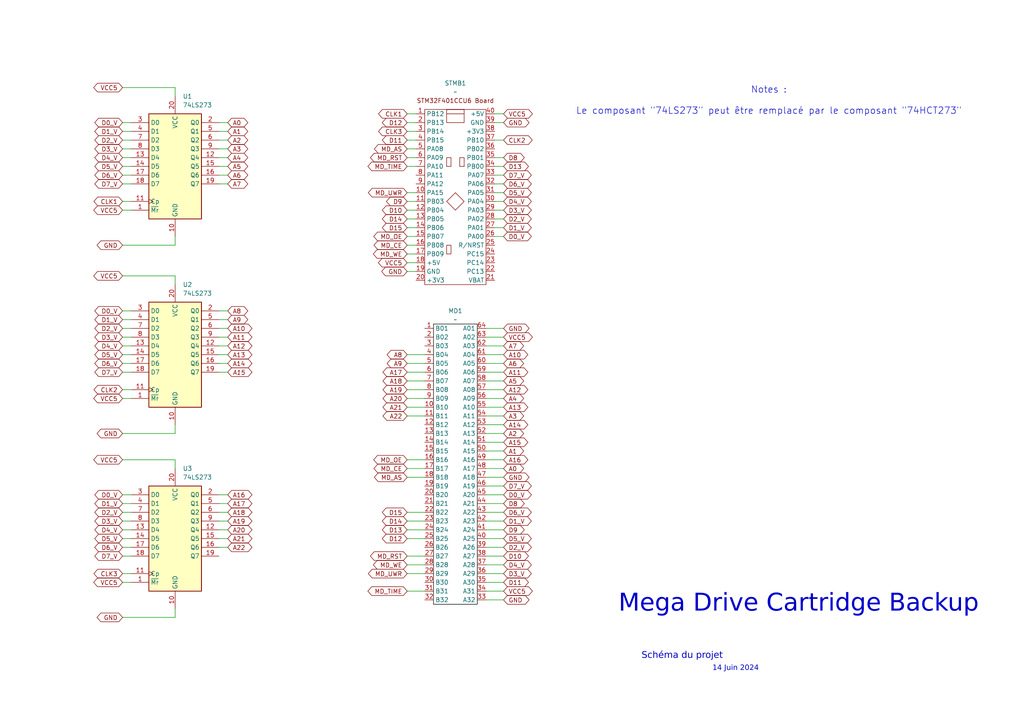
<source format=kicad_sch>
(kicad_sch (version 20231120) (generator "eeschema") (generator_version "8.0")
  (paper "A4")
  (lib_symbols
    (symbol "74xx:74LS273"
      (property "Reference" "U" (at -7.62 16.51 0))
      (property "Value" "74LS273" (at -7.62 -16.51 0))
      (symbol "74LS273_1_0"
        (pin input line (at -12.7 -12.7 0) (length 5.08) (name "~{Mr}") (number "1"))
        (pin power_in line (at 0 -20.32 90) (length 5.08) (name "GND") (number "10"))
        (pin input clock (at -12.7 -10.16 0) (length 5.08) (name "Cp") (number "11"))
        (pin output line (at 12.7 2.54 180) (length 5.08) (name "Q4") (number "12"))
        (pin input line (at -12.7 2.54 0) (length 5.08) (name "D4") (number "13"))
        (pin input line (at -12.7 0 0) (length 5.08) (name "D5") (number "14"))
        (pin output line (at 12.7 0 180) (length 5.08) (name "Q5") (number "15"))
        (pin output line (at 12.7 -2.54 180) (length 5.08) (name "Q6") (number "16"))
        (pin input line (at -12.7 -2.54 0) (length 5.08) (name "D6") (number "17"))
        (pin input line (at -12.7 -5.08 0) (length 5.08) (name "D7") (number "18"))
        (pin output line (at 12.7 -5.08 180) (length 5.08) (name "Q7") (number "19"))
        (pin output line (at 12.7 12.7 180) (length 5.08) (name "Q0") (number "2"))
        (pin power_in line (at 0 20.32 270) (length 5.08) (name "VCC") (number "20"))
        (pin input line (at -12.7 12.7 0) (length 5.08) (name "D0") (number "3"))
        (pin input line (at -12.7 10.16 0) (length 5.08) (name "D1") (number "4"))
        (pin output line (at 12.7 10.16 180) (length 5.08) (name "Q1") (number "5"))
        (pin output line (at 12.7 7.62 180) (length 5.08) (name "Q2") (number "6"))
        (pin input line (at -12.7 7.62 0) (length 5.08) (name "D2") (number "7"))
        (pin input line (at -12.7 5.08 0) (length 5.08) (name "D3") (number "8"))
        (pin output line (at 12.7 5.08 180) (length 5.08) (name "Q3") (number "9"))
      )
      (symbol "74LS273_1_1"
        (rectangle (start -7.62 15.24) (end 7.62 -15.24) (stroke (width 0.254)) (fill (type background)))
      )
    )
    (symbol "Conn_MD:Conn_MD"
      (property "Reference" "MD" (at 0 5.08 0))
      (symbol "Conn_MD_1_1"
        (rectangle (start -6.35 2.54) (end 6.35 -78.74) (stroke (width 0) (color 0 0 0 1)))
        (pin unspecified line (at -8.89 1.27 0) (length 2.54) (name "B01") (number "1"))
        (pin unspecified line (at -8.89 -21.59 0) (length 2.54) (name "B10") (number "10"))
        (pin unspecified line (at -8.89 -24.13 0) (length 2.54) (name "B11") (number "11"))
        (pin unspecified line (at -8.89 -26.67 0) (length 2.54) (name "B12") (number "12"))
        (pin unspecified line (at -8.89 -29.21 0) (length 2.54) (name "B13") (number "13"))
        (pin unspecified line (at -8.89 -31.75 0) (length 2.54) (name "B14") (number "14"))
        (pin unspecified line (at -8.89 -34.29 0) (length 2.54) (name "B15") (number "15"))
        (pin unspecified line (at -8.89 -36.83 0) (length 2.54) (name "B16") (number "16"))
        (pin unspecified line (at -8.89 -39.37 0) (length 2.54) (name "B17") (number "17"))
        (pin unspecified line (at -8.89 -41.91 0) (length 2.54) (name "B18") (number "18"))
        (pin unspecified line (at -8.89 -44.45 0) (length 2.54) (name "B19") (number "19"))
        (pin unspecified line (at -8.89 -1.27 0) (length 2.54) (name "B02") (number "2"))
        (pin unspecified line (at -8.89 -46.99 0) (length 2.54) (name "B20") (number "20"))
        (pin unspecified line (at -8.89 -49.53 0) (length 2.54) (name "B21") (number "21"))
        (pin unspecified line (at -8.89 -52.07 0) (length 2.54) (name "B22") (number "22"))
        (pin unspecified line (at -8.89 -54.61 0) (length 2.54) (name "B23") (number "23"))
        (pin unspecified line (at -8.89 -57.15 0) (length 2.54) (name "B24") (number "24"))
        (pin unspecified line (at -8.89 -59.69 0) (length 2.54) (name "B25") (number "25"))
        (pin unspecified line (at -8.89 -62.23 0) (length 2.54) (name "B26") (number "26"))
        (pin unspecified line (at -8.89 -64.77 0) (length 2.54) (name "B27") (number "27"))
        (pin unspecified line (at -8.89 -67.31 0) (length 2.54) (name "B28") (number "28"))
        (pin unspecified line (at -8.89 -69.85 0) (length 2.54) (name "B29") (number "29"))
        (pin unspecified line (at -8.89 -3.81 0) (length 2.54) (name "B03") (number "3"))
        (pin unspecified line (at -8.89 -72.39 0) (length 2.54) (name "B30") (number "30"))
        (pin unspecified line (at -8.89 -74.93 0) (length 2.54) (name "B31") (number "31"))
        (pin unspecified line (at -8.89 -77.47 0) (length 2.54) (name "B32") (number "32"))
        (pin unspecified line (at 8.89 -77.47 180) (length 2.54) (name "A32") (number "33"))
        (pin unspecified line (at 8.89 -74.93 180) (length 2.54) (name "A31") (number "34"))
        (pin unspecified line (at 8.89 -72.39 180) (length 2.54) (name "A30") (number "35"))
        (pin unspecified line (at 8.89 -69.85 180) (length 2.54) (name "A29") (number "36"))
        (pin unspecified line (at 8.89 -67.31 180) (length 2.54) (name "A28") (number "37"))
        (pin unspecified line (at 8.89 -64.77 180) (length 2.54) (name "A27") (number "38"))
        (pin unspecified line (at 8.89 -62.23 180) (length 2.54) (name "A26") (number "39"))
        (pin unspecified line (at -8.89 -6.35 0) (length 2.54) (name "B04") (number "4"))
        (pin unspecified line (at 8.89 -59.69 180) (length 2.54) (name "A25") (number "40"))
        (pin unspecified line (at 8.89 -57.15 180) (length 2.54) (name "A24") (number "41"))
        (pin unspecified line (at 8.89 -54.61 180) (length 2.54) (name "A23") (number "42"))
        (pin unspecified line (at 8.89 -52.07 180) (length 2.54) (name "A22") (number "43"))
        (pin unspecified line (at 8.89 -49.53 180) (length 2.54) (name "A21") (number "44"))
        (pin unspecified line (at 8.89 -46.99 180) (length 2.54) (name "A20") (number "45"))
        (pin unspecified line (at 8.89 -44.45 180) (length 2.54) (name "A19") (number "46"))
        (pin unspecified line (at 8.89 -41.91 180) (length 2.54) (name "A18") (number "47"))
        (pin unspecified line (at 8.89 -39.37 180) (length 2.54) (name "A17") (number "48"))
        (pin unspecified line (at 8.89 -36.83 180) (length 2.54) (name "A16") (number "49"))
        (pin unspecified line (at -8.89 -8.89 0) (length 2.54) (name "B05") (number "5"))
        (pin unspecified line (at 8.89 -34.29 180) (length 2.54) (name "A15") (number "50"))
        (pin unspecified line (at 8.89 -31.75 180) (length 2.54) (name "A14") (number "51"))
        (pin unspecified line (at 8.89 -29.21 180) (length 2.54) (name "A13") (number "52"))
        (pin unspecified line (at 8.89 -26.67 180) (length 2.54) (name "A12") (number "53"))
        (pin unspecified line (at 8.89 -24.13 180) (length 2.54) (name "A11") (number "54"))
        (pin unspecified line (at 8.89 -21.59 180) (length 2.54) (name "A10") (number "55"))
        (pin unspecified line (at 8.89 -19.05 180) (length 2.54) (name "A09") (number "56"))
        (pin unspecified line (at 8.89 -16.51 180) (length 2.54) (name "A08") (number "57"))
        (pin unspecified line (at 8.89 -13.97 180) (length 2.54) (name "A07") (number "58"))
        (pin unspecified line (at 8.89 -11.43 180) (length 2.54) (name "A06") (number "59"))
        (pin unspecified line (at -8.89 -11.43 0) (length 2.54) (name "B06") (number "6"))
        (pin unspecified line (at 8.89 -8.89 180) (length 2.54) (name "A05") (number "60"))
        (pin unspecified line (at 8.89 -6.35 180) (length 2.54) (name "A04") (number "61"))
        (pin unspecified line (at 8.89 -3.81 180) (length 2.54) (name "A03") (number "62"))
        (pin unspecified line (at 8.89 -1.27 180) (length 2.54) (name "A02") (number "63"))
        (pin unspecified line (at 8.89 1.27 180) (length 2.54) (name "A01") (number "64"))
        (pin unspecified line (at -8.89 -13.97 0) (length 2.54) (name "B07") (number "7"))
        (pin unspecified line (at -8.89 -16.51 0) (length 2.54) (name "B08") (number "8"))
        (pin unspecified line (at -8.89 -19.05 0) (length 2.54) (name "B09") (number "9"))
      )
    )
    (symbol "STM32_Board:STM32F401CCU6-Board"
      (property "Reference" "STMB" (at 0 4.572 0))
      (symbol "STM32F401CCU6-Board_1_1"
        (rectangle (start -8.89 0) (end 8.89 -50.8))
        (polyline (pts (xy -1.27 -16.51) (xy -2.54 -16.51)))
        (polyline (pts (xy 2.54 -16.51) (xy 1.27 -16.51)))
        (polyline (pts (xy -2.54 -16.51) (xy -2.54 -13.97) (xy -1.27 -13.97) (xy -1.27 -16.51)))
        (polyline (pts (xy 1.27 -16.51) (xy 1.27 -13.97) (xy 2.54 -13.97) (xy 2.54 -16.51)))
        (polyline (pts (xy -2.54 -41.91) (xy -2.54 -39.37) (xy -1.27 -39.37) (xy -1.27 -41.91) (xy -2.54 -41.91)))
        (polyline (pts (xy -2.54 -26.67) (xy 0 -24.13) (xy 2.54 -26.67) (xy 0 -29.21) (xy -2.54 -26.67)))
        (polyline (pts (xy -2.54 0) (xy -2.54 -3.81) (xy 2.54 -3.81) (xy 2.54 0) (xy -2.54 0) (xy -2.54 -1.27) (xy 2.54 -1.27)))
        (text "STM32F401CCU6 Board" (at 0 2.54 0) (effects (font (size 1.27 1.27))))
        (pin unspecified line (at -11.43 -1.27 0) (length 2.54) (name "PB12") (number "1"))
        (pin unspecified line (at -11.43 -24.13 0) (length 2.54) (name "PA15") (number "10"))
        (pin unspecified line (at -11.43 -26.67 0) (length 2.54) (name "PB03") (number "11"))
        (pin unspecified line (at -11.43 -29.21 0) (length 2.54) (name "PB04") (number "12"))
        (pin unspecified line (at -11.43 -31.75 0) (length 2.54) (name "PB05") (number "13"))
        (pin unspecified line (at -11.43 -34.29 0) (length 2.54) (name "PB06") (number "14"))
        (pin unspecified line (at -11.43 -36.83 0) (length 2.54) (name "PB07") (number "15"))
        (pin unspecified line (at -11.43 -39.37 0) (length 2.54) (name "PB08") (number "16"))
        (pin unspecified line (at -11.43 -41.91 0) (length 2.54) (name "PB09") (number "17"))
        (pin unspecified line (at -11.43 -44.45 0) (length 2.54) (name "+5V") (number "18"))
        (pin unspecified line (at -11.43 -46.99 0) (length 2.54) (name "GND") (number "19"))
        (pin unspecified line (at -11.43 -3.81 0) (length 2.54) (name "PB13") (number "2"))
        (pin unspecified line (at -11.43 -49.53 0) (length 2.54) (name "+3V3") (number "20"))
        (pin unspecified line (at 11.43 -49.53 180) (length 2.54) (name "VBAT") (number "21"))
        (pin unspecified line (at 11.43 -46.99 180) (length 2.54) (name "PC13") (number "22"))
        (pin unspecified line (at 11.43 -44.45 180) (length 2.54) (name "PC14") (number "23"))
        (pin unspecified line (at 11.43 -41.91 180) (length 2.54) (name "PC15") (number "24"))
        (pin unspecified line (at 11.43 -39.37 180) (length 2.54) (name "R/NRST") (number "25"))
        (pin unspecified line (at 11.43 -36.83 180) (length 2.54) (name "PA00") (number "26"))
        (pin unspecified line (at 11.43 -34.29 180) (length 2.54) (name "PA01") (number "27"))
        (pin unspecified line (at 11.43 -31.75 180) (length 2.54) (name "PA02") (number "28"))
        (pin unspecified line (at 11.43 -29.21 180) (length 2.54) (name "PA03") (number "29"))
        (pin unspecified line (at -11.43 -6.35 0) (length 2.54) (name "PB14") (number "3"))
        (pin unspecified line (at 11.43 -26.67 180) (length 2.54) (name "PA04") (number "30"))
        (pin unspecified line (at 11.43 -24.13 180) (length 2.54) (name "PA05") (number "31"))
        (pin unspecified line (at 11.43 -21.59 180) (length 2.54) (name "PA06") (number "32"))
        (pin unspecified line (at 11.43 -19.05 180) (length 2.54) (name "PA07") (number "33"))
        (pin unspecified line (at 11.43 -16.51 180) (length 2.54) (name "PB00") (number "34"))
        (pin unspecified line (at 11.43 -13.97 180) (length 2.54) (name "PB01") (number "35"))
        (pin unspecified line (at 11.43 -11.43 180) (length 2.54) (name "PB02") (number "36"))
        (pin unspecified line (at 11.43 -8.89 180) (length 2.54) (name "PB10") (number "37"))
        (pin unspecified line (at 11.43 -6.35 180) (length 2.54) (name "+3V3") (number "38"))
        (pin unspecified line (at 11.43 -3.81 180) (length 2.54) (name "GND") (number "39"))
        (pin unspecified line (at -11.43 -8.89 0) (length 2.54) (name "PB15") (number "4"))
        (pin unspecified line (at 11.43 -1.27 180) (length 2.54) (name "+5V") (number "40"))
        (pin unspecified line (at -11.43 -11.43 0) (length 2.54) (name "PA08") (number "5"))
        (pin unspecified line (at -11.43 -13.97 0) (length 2.54) (name "PA09") (number "6"))
        (pin unspecified line (at -11.43 -16.51 0) (length 2.54) (name "PA10") (number "7"))
        (pin unspecified line (at -11.43 -19.05 0) (length 2.54) (name "PA11") (number "8"))
        (pin unspecified line (at -11.43 -21.59 0) (length 2.54) (name "PA12") (number "9"))
      )
    )
  )
  (wire (pts (xy 50.8 71.12) (xy 50.8 68.58)))
  (wire (pts (xy 118.11 33.02) (xy 120.65 33.02)))
  (wire (pts (xy 35.56 166.37) (xy 38.1 166.37)))
  (wire (pts (xy 140.97 128.27) (xy 146.05 128.27)))
  (wire (pts (xy 140.97 100.33) (xy 146.05 100.33)))
  (wire (pts (xy 35.56 133.35) (xy 50.8 133.35)))
  (wire (pts (xy 143.51 63.5) (xy 146.05 63.5)))
  (wire (pts (xy 35.56 92.71) (xy 38.1 92.71)))
  (wire (pts (xy 63.5 158.75) (xy 66.04 158.75)))
  (wire (pts (xy 140.97 173.99) (xy 146.05 173.99)))
  (wire (pts (xy 118.11 55.88) (xy 120.65 55.88)))
  (wire (pts (xy 63.5 97.79) (xy 66.04 97.79)))
  (wire (pts (xy 118.11 63.5) (xy 120.65 63.5)))
  (wire (pts (xy 143.51 60.96) (xy 146.05 60.96)))
  (wire (pts (xy 118.11 156.21) (xy 123.19 156.21)))
  (wire (pts (xy 140.97 158.75) (xy 146.05 158.75)))
  (wire (pts (xy 140.97 138.43) (xy 146.05 138.43)))
  (wire (pts (xy 140.97 113.03) (xy 146.05 113.03)))
  (wire (pts (xy 140.97 135.89) (xy 146.05 135.89)))
  (wire (pts (xy 143.51 53.34) (xy 146.05 53.34)))
  (wire (pts (xy 63.5 50.8) (xy 66.04 50.8)))
  (wire (pts (xy 35.56 95.25) (xy 38.1 95.25)))
  (wire (pts (xy 35.56 100.33) (xy 38.1 100.33)))
  (wire (pts (xy 63.5 146.05) (xy 66.04 146.05)))
  (wire (pts (xy 140.97 151.13) (xy 146.05 151.13)))
  (wire (pts (xy 118.11 166.37) (xy 123.19 166.37)))
  (wire (pts (xy 118.11 66.04) (xy 120.65 66.04)))
  (wire (pts (xy 35.56 158.75) (xy 38.1 158.75)))
  (wire (pts (xy 140.97 153.67) (xy 146.05 153.67)))
  (wire (pts (xy 63.5 53.34) (xy 66.04 53.34)))
  (wire (pts (xy 50.8 133.35) (xy 50.8 135.89)))
  (wire (pts (xy 140.97 115.57) (xy 146.05 115.57)))
  (wire (pts (xy 118.11 138.43) (xy 123.19 138.43)))
  (wire (pts (xy 143.51 55.88) (xy 146.05 55.88)))
  (wire (pts (xy 140.97 166.37) (xy 146.05 166.37)))
  (wire (pts (xy 63.5 107.95) (xy 66.04 107.95)))
  (wire (pts (xy 63.5 153.67) (xy 66.04 153.67)))
  (wire (pts (xy 118.11 58.42) (xy 120.65 58.42)))
  (wire (pts (xy 63.5 102.87) (xy 66.04 102.87)))
  (wire (pts (xy 118.11 151.13) (xy 123.19 151.13)))
  (wire (pts (xy 118.11 113.03) (xy 123.19 113.03)))
  (wire (pts (xy 118.11 115.57) (xy 123.19 115.57)))
  (wire (pts (xy 63.5 100.33) (xy 66.04 100.33)))
  (wire (pts (xy 143.51 48.26) (xy 146.05 48.26)))
  (wire (pts (xy 63.5 40.64) (xy 66.04 40.64)))
  (wire (pts (xy 140.97 105.41) (xy 146.05 105.41)))
  (wire (pts (xy 143.51 68.58) (xy 146.05 68.58)))
  (wire (pts (xy 35.56 153.67) (xy 38.1 153.67)))
  (wire (pts (xy 140.97 120.65) (xy 146.05 120.65)))
  (wire (pts (xy 143.51 40.64) (xy 146.05 40.64)))
  (wire (pts (xy 35.56 43.18) (xy 38.1 43.18)))
  (wire (pts (xy 118.11 148.59) (xy 123.19 148.59)))
  (wire (pts (xy 63.5 45.72) (xy 66.04 45.72)))
  (wire (pts (xy 35.56 97.79) (xy 38.1 97.79)))
  (wire (pts (xy 35.56 80.01) (xy 50.8 80.01)))
  (wire (pts (xy 140.97 161.29) (xy 146.05 161.29)))
  (wire (pts (xy 118.11 78.74) (xy 120.65 78.74)))
  (wire (pts (xy 118.11 60.96) (xy 120.65 60.96)))
  (wire (pts (xy 118.11 107.95) (xy 123.19 107.95)))
  (wire (pts (xy 118.11 43.18) (xy 120.65 43.18)))
  (wire (pts (xy 35.56 60.96) (xy 38.1 60.96)))
  (wire (pts (xy 50.8 80.01) (xy 50.8 82.55)))
  (wire (pts (xy 118.11 153.67) (xy 123.19 153.67)))
  (wire (pts (xy 35.56 156.21) (xy 38.1 156.21)))
  (wire (pts (xy 118.11 133.35) (xy 123.19 133.35)))
  (wire (pts (xy 35.56 35.56) (xy 38.1 35.56)))
  (wire (pts (xy 63.5 143.51) (xy 66.04 143.51)))
  (wire (pts (xy 35.56 45.72) (xy 38.1 45.72)))
  (wire (pts (xy 140.97 125.73) (xy 146.05 125.73)))
  (wire (pts (xy 35.56 161.29) (xy 38.1 161.29)))
  (wire (pts (xy 143.51 33.02) (xy 146.05 33.02)))
  (wire (pts (xy 140.97 171.45) (xy 146.05 171.45)))
  (wire (pts (xy 35.56 148.59) (xy 38.1 148.59)))
  (wire (pts (xy 118.11 110.49) (xy 123.19 110.49)))
  (wire (pts (xy 63.5 156.21) (xy 66.04 156.21)))
  (wire (pts (xy 140.97 156.21) (xy 146.05 156.21)))
  (wire (pts (xy 118.11 120.65) (xy 123.19 120.65)))
  (wire (pts (xy 140.97 102.87) (xy 146.05 102.87)))
  (wire (pts (xy 140.97 107.95) (xy 146.05 107.95)))
  (wire (pts (xy 118.11 161.29) (xy 123.19 161.29)))
  (wire (pts (xy 63.5 92.71) (xy 66.04 92.71)))
  (wire (pts (xy 118.11 105.41) (xy 123.19 105.41)))
  (wire (pts (xy 143.51 66.04) (xy 146.05 66.04)))
  (wire (pts (xy 143.51 35.56) (xy 146.05 35.56)))
  (wire (pts (xy 140.97 133.35) (xy 146.05 133.35)))
  (wire (pts (xy 63.5 38.1) (xy 66.04 38.1)))
  (wire (pts (xy 140.97 97.79) (xy 146.05 97.79)))
  (wire (pts (xy 35.56 50.8) (xy 38.1 50.8)))
  (wire (pts (xy 35.56 115.57) (xy 38.1 115.57)))
  (wire (pts (xy 63.5 151.13) (xy 66.04 151.13)))
  (wire (pts (xy 50.8 25.4) (xy 50.8 27.94)))
  (wire (pts (xy 35.56 58.42) (xy 38.1 58.42)))
  (wire (pts (xy 140.97 130.81) (xy 146.05 130.81)))
  (wire (pts (xy 143.51 58.42) (xy 146.05 58.42)))
  (wire (pts (xy 63.5 48.26) (xy 66.04 48.26)))
  (wire (pts (xy 35.56 179.07) (xy 50.8 179.07)))
  (wire (pts (xy 140.97 95.25) (xy 146.05 95.25)))
  (wire (pts (xy 50.8 125.73) (xy 50.8 123.19)))
  (wire (pts (xy 118.11 35.56) (xy 120.65 35.56)))
  (wire (pts (xy 140.97 168.91) (xy 146.05 168.91)))
  (wire (pts (xy 35.56 113.03) (xy 38.1 113.03)))
  (wire (pts (xy 143.51 50.8) (xy 146.05 50.8)))
  (wire (pts (xy 63.5 90.17) (xy 66.04 90.17)))
  (wire (pts (xy 118.11 40.64) (xy 120.65 40.64)))
  (wire (pts (xy 140.97 148.59) (xy 146.05 148.59)))
  (wire (pts (xy 35.56 146.05) (xy 38.1 146.05)))
  (wire (pts (xy 63.5 105.41) (xy 66.04 105.41)))
  (wire (pts (xy 35.56 38.1) (xy 38.1 38.1)))
  (wire (pts (xy 140.97 146.05) (xy 146.05 146.05)))
  (wire (pts (xy 118.11 163.83) (xy 123.19 163.83)))
  (wire (pts (xy 140.97 110.49) (xy 146.05 110.49)))
  (wire (pts (xy 35.56 90.17) (xy 38.1 90.17)))
  (wire (pts (xy 118.11 71.12) (xy 120.65 71.12)))
  (wire (pts (xy 140.97 163.83) (xy 146.05 163.83)))
  (wire (pts (xy 35.56 71.12) (xy 50.8 71.12)))
  (wire (pts (xy 63.5 148.59) (xy 66.04 148.59)))
  (wire (pts (xy 118.11 135.89) (xy 123.19 135.89)))
  (wire (pts (xy 50.8 179.07) (xy 50.8 176.53)))
  (wire (pts (xy 140.97 140.97) (xy 146.05 140.97)))
  (wire (pts (xy 63.5 95.25) (xy 66.04 95.25)))
  (wire (pts (xy 35.56 151.13) (xy 38.1 151.13)))
  (wire (pts (xy 118.11 48.26) (xy 120.65 48.26)))
  (wire (pts (xy 118.11 38.1) (xy 120.65 38.1)))
  (wire (pts (xy 118.11 171.45) (xy 123.19 171.45)))
  (wire (pts (xy 63.5 35.56) (xy 66.04 35.56)))
  (wire (pts (xy 35.56 125.73) (xy 50.8 125.73)))
  (wire (pts (xy 140.97 143.51) (xy 146.05 143.51)))
  (wire (pts (xy 35.56 102.87) (xy 38.1 102.87)))
  (wire (pts (xy 35.56 48.26) (xy 38.1 48.26)))
  (wire (pts (xy 35.56 25.4) (xy 50.8 25.4)))
  (wire (pts (xy 35.56 105.41) (xy 38.1 105.41)))
  (wire (pts (xy 118.11 118.11) (xy 123.19 118.11)))
  (wire (pts (xy 118.11 68.58) (xy 120.65 68.58)))
  (wire (pts (xy 35.56 40.64) (xy 38.1 40.64)))
  (wire (pts (xy 140.97 123.19) (xy 146.05 123.19)))
  (wire (pts (xy 118.11 76.2) (xy 120.65 76.2)))
  (wire (pts (xy 118.11 45.72) (xy 120.65 45.72)))
  (wire (pts (xy 143.51 45.72) (xy 146.05 45.72)))
  (wire (pts (xy 140.97 118.11) (xy 146.05 118.11)))
  (wire (pts (xy 118.11 102.87) (xy 123.19 102.87)))
  (wire (pts (xy 35.56 53.34) (xy 38.1 53.34)))
  (wire (pts (xy 35.56 168.91) (xy 38.1 168.91)))
  (wire (pts (xy 63.5 43.18) (xy 66.04 43.18)))
  (wire (pts (xy 118.11 73.66) (xy 120.65 73.66)))
  (wire (pts (xy 35.56 143.51) (xy 38.1 143.51)))
  (wire (pts (xy 35.56 107.95) (xy 38.1 107.95)))
  (text "Mega Drive Cartridge Backup" (at 231.648 176.53 0) (effects (font (size 5.08 5.08))))
  (text "Notes :\n\nLe composant \"74LS273\" peut être remplacé par le composant \"74HCT273\"" (at 223.012 29.21 0) (effects (font (size 1.905 1.905))))
  (text "14 Juin 2024" (at 213.36 194.31 0) (effects (font (size 1.524 1.524))))
  (text "Schéma du projet" (at 197.866 190.754 0) (effects (font (size 1.905 1.905))))
  (global_label "A13" (shape bidirectional) (at 146.05 118.11 0) (property "Intersheetrefs" "${INTERSHEET_REFS}" (effects (hide yes))))
  (global_label "D5_V" (shape bidirectional) (at 35.56 102.87 180) (property "Intersheetrefs" "${INTERSHEET_REFS}" (effects (hide yes))))
  (global_label "D7_V" (shape bidirectional) (at 35.56 53.34 180) (property "Intersheetrefs" "${INTERSHEET_REFS}" (effects (hide yes))))
  (global_label "CLK2" (shape bidirectional) (at 35.56 113.03 180) (property "Intersheetrefs" "${INTERSHEET_REFS}" (effects (hide yes))))
  (global_label "D6_V" (shape bidirectional) (at 146.05 53.34 0) (property "Intersheetrefs" "${INTERSHEET_REFS}" (effects (hide yes))))
  (global_label "D2_V" (shape bidirectional) (at 146.05 63.5 0) (property "Intersheetrefs" "${INTERSHEET_REFS}" (effects (hide yes))))
  (global_label "MD_RST" (shape bidirectional) (at 118.11 45.72 180) (property "Intersheetrefs" "${INTERSHEET_REFS}" (effects (hide yes))))
  (global_label "MD_AS" (shape bidirectional) (at 118.11 43.18 180) (property "Intersheetrefs" "${INTERSHEET_REFS}" (effects (hide yes))))
  (global_label "A0" (shape bidirectional) (at 66.04 35.56 0) (property "Intersheetrefs" "${INTERSHEET_REFS}" (effects (hide yes))))
  (global_label "D2_V" (shape bidirectional) (at 146.05 158.75 0) (property "Intersheetrefs" "${INTERSHEET_REFS}" (effects (hide yes))))
  (global_label "A8" (shape bidirectional) (at 118.11 102.87 180) (property "Intersheetrefs" "${INTERSHEET_REFS}" (effects (hide yes))))
  (global_label "A2" (shape bidirectional) (at 146.05 125.73 0) (property "Intersheetrefs" "${INTERSHEET_REFS}" (effects (hide yes))))
  (global_label "D5_V" (shape bidirectional) (at 146.05 55.88 0) (property "Intersheetrefs" "${INTERSHEET_REFS}" (effects (hide yes))))
  (global_label "CLK1" (shape bidirectional) (at 35.56 58.42 180) (property "Intersheetrefs" "${INTERSHEET_REFS}" (effects (hide yes))))
  (global_label "D6_V" (shape bidirectional) (at 35.56 50.8 180) (property "Intersheetrefs" "${INTERSHEET_REFS}" (effects (hide yes))))
  (global_label "MD_WE" (shape bidirectional) (at 118.11 73.66 180) (property "Intersheetrefs" "${INTERSHEET_REFS}" (effects (hide yes))))
  (global_label "A3" (shape bidirectional) (at 146.05 120.65 0) (property "Intersheetrefs" "${INTERSHEET_REFS}" (effects (hide yes))))
  (global_label "GND" (shape bidirectional) (at 35.56 125.73 180) (property "Intersheetrefs" "${INTERSHEET_REFS}" (effects (hide yes))))
  (global_label "D7_V" (shape bidirectional) (at 35.56 161.29 180) (property "Intersheetrefs" "${INTERSHEET_REFS}" (effects (hide yes))))
  (global_label "D6_V" (shape bidirectional) (at 35.56 105.41 180) (property "Intersheetrefs" "${INTERSHEET_REFS}" (effects (hide yes))))
  (global_label "D11" (shape bidirectional) (at 118.11 40.64 180) (property "Intersheetrefs" "${INTERSHEET_REFS}" (effects (hide yes))))
  (global_label "D2_V" (shape bidirectional) (at 35.56 95.25 180) (property "Intersheetrefs" "${INTERSHEET_REFS}" (effects (hide yes))))
  (global_label "D5_V" (shape bidirectional) (at 146.05 156.21 0) (property "Intersheetrefs" "${INTERSHEET_REFS}" (effects (hide yes))))
  (global_label "MD_UWR" (shape bidirectional) (at 118.11 166.37 180) (property "Intersheetrefs" "${INTERSHEET_REFS}" (effects (hide yes))))
  (global_label "D12" (shape bidirectional) (at 118.11 35.56 180) (property "Intersheetrefs" "${INTERSHEET_REFS}" (effects (hide yes))))
  (global_label "A22" (shape bidirectional) (at 118.11 120.65 180) (property "Intersheetrefs" "${INTERSHEET_REFS}" (effects (hide yes))))
  (global_label "A20" (shape bidirectional) (at 118.11 115.57 180) (property "Intersheetrefs" "${INTERSHEET_REFS}" (effects (hide yes))))
  (global_label "VCC5" (shape bidirectional) (at 118.11 76.2 180) (property "Intersheetrefs" "${INTERSHEET_REFS}" (effects (hide yes))))
  (global_label "MD_OE" (shape bidirectional) (at 118.11 68.58 180) (property "Intersheetrefs" "${INTERSHEET_REFS}" (effects (hide yes))))
  (global_label "A4" (shape bidirectional) (at 146.05 115.57 0) (property "Intersheetrefs" "${INTERSHEET_REFS}" (effects (hide yes))))
  (global_label "D3_V" (shape bidirectional) (at 35.56 97.79 180) (property "Intersheetrefs" "${INTERSHEET_REFS}" (effects (hide yes))))
  (global_label "CLK3" (shape bidirectional) (at 118.11 38.1 180) (property "Intersheetrefs" "${INTERSHEET_REFS}" (effects (hide yes))))
  (global_label "MD_CE" (shape bidirectional) (at 118.11 71.12 180) (property "Intersheetrefs" "${INTERSHEET_REFS}" (effects (hide yes))))
  (global_label "D8" (shape bidirectional) (at 146.05 146.05 0) (property "Intersheetrefs" "${INTERSHEET_REFS}" (effects (hide yes))))
  (global_label "A9" (shape bidirectional) (at 118.11 105.41 180) (property "Intersheetrefs" "${INTERSHEET_REFS}" (effects (hide yes))))
  (global_label "CLK2" (shape bidirectional) (at 146.05 40.64 0) (property "Intersheetrefs" "${INTERSHEET_REFS}" (effects (hide yes))))
  (global_label "D3_V" (shape bidirectional) (at 146.05 166.37 0) (property "Intersheetrefs" "${INTERSHEET_REFS}" (effects (hide yes))))
  (global_label "A22" (shape bidirectional) (at 66.04 158.75 0) (property "Intersheetrefs" "${INTERSHEET_REFS}" (effects (hide yes))))
  (global_label "D8" (shape bidirectional) (at 146.05 45.72 0) (property "Intersheetrefs" "${INTERSHEET_REFS}" (effects (hide yes))))
  (global_label "D1_V" (shape bidirectional) (at 35.56 38.1 180) (property "Intersheetrefs" "${INTERSHEET_REFS}" (effects (hide yes))))
  (global_label "A10" (shape bidirectional) (at 66.04 95.25 0) (property "Intersheetrefs" "${INTERSHEET_REFS}" (effects (hide yes))))
  (global_label "VCC5" (shape bidirectional) (at 146.05 171.45 0) (property "Intersheetrefs" "${INTERSHEET_REFS}" (effects (hide yes))))
  (global_label "D12" (shape bidirectional) (at 118.11 156.21 180) (property "Intersheetrefs" "${INTERSHEET_REFS}" (effects (hide yes))))
  (global_label "A19" (shape bidirectional) (at 66.04 151.13 0) (property "Intersheetrefs" "${INTERSHEET_REFS}" (effects (hide yes))))
  (global_label "D11" (shape bidirectional) (at 146.05 168.91 0) (property "Intersheetrefs" "${INTERSHEET_REFS}" (effects (hide yes))))
  (global_label "A18" (shape bidirectional) (at 66.04 148.59 0) (property "Intersheetrefs" "${INTERSHEET_REFS}" (effects (hide yes))))
  (global_label "D0_V" (shape bidirectional) (at 35.56 90.17 180) (property "Intersheetrefs" "${INTERSHEET_REFS}" (effects (hide yes))))
  (global_label "D1_V" (shape bidirectional) (at 35.56 92.71 180) (property "Intersheetrefs" "${INTERSHEET_REFS}" (effects (hide yes))))
  (global_label "D9" (shape bidirectional) (at 118.11 58.42 180) (property "Intersheetrefs" "${INTERSHEET_REFS}" (effects (hide yes))))
  (global_label "D3_V" (shape bidirectional) (at 35.56 151.13 180) (property "Intersheetrefs" "${INTERSHEET_REFS}" (effects (hide yes))))
  (global_label "D7_V" (shape bidirectional) (at 35.56 107.95 180) (property "Intersheetrefs" "${INTERSHEET_REFS}" (effects (hide yes))))
  (global_label "A17" (shape bidirectional) (at 118.11 107.95 180) (property "Intersheetrefs" "${INTERSHEET_REFS}" (effects (hide yes))))
  (global_label "D15" (shape bidirectional) (at 118.11 66.04 180) (property "Intersheetrefs" "${INTERSHEET_REFS}" (effects (hide yes))))
  (global_label "MD_OE" (shape bidirectional) (at 118.11 133.35 180) (property "Intersheetrefs" "${INTERSHEET_REFS}" (effects (hide yes))))
  (global_label "A5" (shape bidirectional) (at 66.04 48.26 0) (property "Intersheetrefs" "${INTERSHEET_REFS}" (effects (hide yes))))
  (global_label "A11" (shape bidirectional) (at 146.05 107.95 0) (property "Intersheetrefs" "${INTERSHEET_REFS}" (effects (hide yes))))
  (global_label "VCC5" (shape bidirectional) (at 35.56 115.57 180) (property "Intersheetrefs" "${INTERSHEET_REFS}" (effects (hide yes))))
  (global_label "A7" (shape bidirectional) (at 146.05 100.33 0) (property "Intersheetrefs" "${INTERSHEET_REFS}" (effects (hide yes))))
  (global_label "GND" (shape bidirectional) (at 146.05 35.56 0) (property "Intersheetrefs" "${INTERSHEET_REFS}" (effects (hide yes))))
  (global_label "MD_TIME" (shape bidirectional) (at 118.11 171.45 180) (property "Intersheetrefs" "${INTERSHEET_REFS}" (effects (hide yes))))
  (global_label "MD_WE" (shape bidirectional) (at 118.11 163.83 180) (property "Intersheetrefs" "${INTERSHEET_REFS}" (effects (hide yes))))
  (global_label "D6_V" (shape bidirectional) (at 35.56 158.75 180) (property "Intersheetrefs" "${INTERSHEET_REFS}" (effects (hide yes))))
  (global_label "MD_RST" (shape bidirectional) (at 118.11 161.29 180) (property "Intersheetrefs" "${INTERSHEET_REFS}" (effects (hide yes))))
  (global_label "D0_V" (shape bidirectional) (at 35.56 35.56 180) (property "Intersheetrefs" "${INTERSHEET_REFS}" (effects (hide yes))))
  (global_label "A6" (shape bidirectional) (at 146.05 105.41 0) (property "Intersheetrefs" "${INTERSHEET_REFS}" (effects (hide yes))))
  (global_label "VCC5" (shape bidirectional) (at 146.05 97.79 0) (property "Intersheetrefs" "${INTERSHEET_REFS}" (effects (hide yes))))
  (global_label "D4_V" (shape bidirectional) (at 35.56 100.33 180) (property "Intersheetrefs" "${INTERSHEET_REFS}" (effects (hide yes))))
  (global_label "D9" (shape bidirectional) (at 146.05 153.67 0) (property "Intersheetrefs" "${INTERSHEET_REFS}" (effects (hide yes))))
  (global_label "A16" (shape bidirectional) (at 146.05 133.35 0) (property "Intersheetrefs" "${INTERSHEET_REFS}" (effects (hide yes))))
  (global_label "D5_V" (shape bidirectional) (at 35.56 48.26 180) (property "Intersheetrefs" "${INTERSHEET_REFS}" (effects (hide yes))))
  (global_label "VCC5" (shape bidirectional) (at 35.56 80.01 180) (property "Intersheetrefs" "${INTERSHEET_REFS}" (effects (hide yes))))
  (global_label "D0_V" (shape bidirectional) (at 35.56 143.51 180) (property "Intersheetrefs" "${INTERSHEET_REFS}" (effects (hide yes))))
  (global_label "A0" (shape bidirectional) (at 146.05 135.89 0) (property "Intersheetrefs" "${INTERSHEET_REFS}" (effects (hide yes))))
  (global_label "D4_V" (shape bidirectional) (at 146.05 58.42 0) (property "Intersheetrefs" "${INTERSHEET_REFS}" (effects (hide yes))))
  (global_label "GND" (shape bidirectional) (at 146.05 173.99 0) (property "Intersheetrefs" "${INTERSHEET_REFS}" (effects (hide yes))))
  (global_label "VCC5" (shape bidirectional) (at 35.56 25.4 180) (property "Intersheetrefs" "${INTERSHEET_REFS}" (effects (hide yes))))
  (global_label "A14" (shape bidirectional) (at 146.05 123.19 0) (property "Intersheetrefs" "${INTERSHEET_REFS}" (effects (hide yes))))
  (global_label "A1" (shape bidirectional) (at 146.05 130.81 0) (property "Intersheetrefs" "${INTERSHEET_REFS}" (effects (hide yes))))
  (global_label "D0_V" (shape bidirectional) (at 146.05 68.58 0) (property "Intersheetrefs" "${INTERSHEET_REFS}" (effects (hide yes))))
  (global_label "A13" (shape bidirectional) (at 66.04 102.87 0) (property "Intersheetrefs" "${INTERSHEET_REFS}" (effects (hide yes))))
  (global_label "MD_UWR" (shape bidirectional) (at 118.11 55.88 180) (property "Intersheetrefs" "${INTERSHEET_REFS}" (effects (hide yes))))
  (global_label "D4_V" (shape bidirectional) (at 35.56 153.67 180) (property "Intersheetrefs" "${INTERSHEET_REFS}" (effects (hide yes))))
  (global_label "MD_AS" (shape bidirectional) (at 118.11 138.43 180) (property "Intersheetrefs" "${INTERSHEET_REFS}" (effects (hide yes))))
  (global_label "D0_V" (shape bidirectional) (at 146.05 143.51 0) (property "Intersheetrefs" "${INTERSHEET_REFS}" (effects (hide yes))))
  (global_label "A11" (shape bidirectional) (at 66.04 97.79 0) (property "Intersheetrefs" "${INTERSHEET_REFS}" (effects (hide yes))))
  (global_label "D7_V" (shape bidirectional) (at 146.05 50.8 0) (property "Intersheetrefs" "${INTERSHEET_REFS}" (effects (hide yes))))
  (global_label "D1_V" (shape bidirectional) (at 35.56 146.05 180) (property "Intersheetrefs" "${INTERSHEET_REFS}" (effects (hide yes))))
  (global_label "CLK3" (shape bidirectional) (at 35.56 166.37 180) (property "Intersheetrefs" "${INTERSHEET_REFS}" (effects (hide yes))))
  (global_label "A1" (shape bidirectional) (at 66.04 38.1 0) (property "Intersheetrefs" "${INTERSHEET_REFS}" (effects (hide yes))))
  (global_label "D3_V" (shape bidirectional) (at 35.56 43.18 180) (property "Intersheetrefs" "${INTERSHEET_REFS}" (effects (hide yes))))
  (global_label "D4_V" (shape bidirectional) (at 146.05 163.83 0) (property "Intersheetrefs" "${INTERSHEET_REFS}" (effects (hide yes))))
  (global_label "D1_V" (shape bidirectional) (at 146.05 151.13 0) (property "Intersheetrefs" "${INTERSHEET_REFS}" (effects (hide yes))))
  (global_label "A17" (shape bidirectional) (at 66.04 146.05 0) (property "Intersheetrefs" "${INTERSHEET_REFS}" (effects (hide yes))))
  (global_label "GND" (shape bidirectional) (at 35.56 71.12 180) (property "Intersheetrefs" "${INTERSHEET_REFS}" (effects (hide yes))))
  (global_label "D14" (shape bidirectional) (at 118.11 63.5 180) (property "Intersheetrefs" "${INTERSHEET_REFS}" (effects (hide yes))))
  (global_label "VCC5" (shape bidirectional) (at 35.56 60.96 180) (property "Intersheetrefs" "${INTERSHEET_REFS}" (effects (hide yes))))
  (global_label "A12" (shape bidirectional) (at 66.04 100.33 0) (property "Intersheetrefs" "${INTERSHEET_REFS}" (effects (hide yes))))
  (global_label "VCC5" (shape bidirectional) (at 146.05 33.02 0) (property "Intersheetrefs" "${INTERSHEET_REFS}" (effects (hide yes))))
  (global_label "A21" (shape bidirectional) (at 118.11 118.11 180) (property "Intersheetrefs" "${INTERSHEET_REFS}" (effects (hide yes))))
  (global_label "D13" (shape bidirectional) (at 118.11 153.67 180) (property "Intersheetrefs" "${INTERSHEET_REFS}" (effects (hide yes))))
  (global_label "D10" (shape bidirectional) (at 118.11 60.96 180) (property "Intersheetrefs" "${INTERSHEET_REFS}" (effects (hide yes))))
  (global_label "A10" (shape bidirectional) (at 146.05 102.87 0) (property "Intersheetrefs" "${INTERSHEET_REFS}" (effects (hide yes))))
  (global_label "A4" (shape bidirectional) (at 66.04 45.72 0) (property "Intersheetrefs" "${INTERSHEET_REFS}" (effects (hide yes))))
  (global_label "A6" (shape bidirectional) (at 66.04 50.8 0) (property "Intersheetrefs" "${INTERSHEET_REFS}" (effects (hide yes))))
  (global_label "A16" (shape bidirectional) (at 66.04 143.51 0) (property "Intersheetrefs" "${INTERSHEET_REFS}" (effects (hide yes))))
  (global_label "A21" (shape bidirectional) (at 66.04 156.21 0) (property "Intersheetrefs" "${INTERSHEET_REFS}" (effects (hide yes))))
  (global_label "VCC5" (shape bidirectional) (at 35.56 168.91 180) (property "Intersheetrefs" "${INTERSHEET_REFS}" (effects (hide yes))))
  (global_label "D7_V" (shape bidirectional) (at 146.05 140.97 0) (property "Intersheetrefs" "${INTERSHEET_REFS}" (effects (hide yes))))
  (global_label "A15" (shape bidirectional) (at 146.05 128.27 0) (property "Intersheetrefs" "${INTERSHEET_REFS}" (effects (hide yes))))
  (global_label "D2_V" (shape bidirectional) (at 35.56 40.64 180) (property "Intersheetrefs" "${INTERSHEET_REFS}" (effects (hide yes))))
  (global_label "A19" (shape bidirectional) (at 118.11 113.03 180) (property "Intersheetrefs" "${INTERSHEET_REFS}" (effects (hide yes))))
  (global_label "MD_CE" (shape bidirectional) (at 118.11 135.89 180) (property "Intersheetrefs" "${INTERSHEET_REFS}" (effects (hide yes))))
  (global_label "A14" (shape bidirectional) (at 66.04 105.41 0) (property "Intersheetrefs" "${INTERSHEET_REFS}" (effects (hide yes))))
  (global_label "GND" (shape bidirectional) (at 146.05 138.43 0) (property "Intersheetrefs" "${INTERSHEET_REFS}" (effects (hide yes))))
  (global_label "VCC5" (shape bidirectional) (at 35.56 133.35 180) (property "Intersheetrefs" "${INTERSHEET_REFS}" (effects (hide yes))))
  (global_label "D3_V" (shape bidirectional) (at 146.05 60.96 0) (property "Intersheetrefs" "${INTERSHEET_REFS}" (effects (hide yes))))
  (global_label "A8" (shape bidirectional) (at 66.04 90.17 0) (property "Intersheetrefs" "${INTERSHEET_REFS}" (effects (hide yes))))
  (global_label "A18" (shape bidirectional) (at 118.11 110.49 180) (property "Intersheetrefs" "${INTERSHEET_REFS}" (effects (hide yes))))
  (global_label "CLK1" (shape bidirectional) (at 118.11 33.02 180) (property "Intersheetrefs" "${INTERSHEET_REFS}" (effects (hide yes))))
  (global_label "D4_V" (shape bidirectional) (at 35.56 45.72 180) (property "Intersheetrefs" "${INTERSHEET_REFS}" (effects (hide yes))))
  (global_label "D15" (shape bidirectional) (at 118.11 148.59 180) (property "Intersheetrefs" "${INTERSHEET_REFS}" (effects (hide yes))))
  (global_label "A20" (shape bidirectional) (at 66.04 153.67 0) (property "Intersheetrefs" "${INTERSHEET_REFS}" (effects (hide yes))))
  (global_label "D14" (shape bidirectional) (at 118.11 151.13 180) (property "Intersheetrefs" "${INTERSHEET_REFS}" (effects (hide yes))))
  (global_label "GND" (shape bidirectional) (at 146.05 95.25 0) (property "Intersheetrefs" "${INTERSHEET_REFS}" (effects (hide yes))))
  (global_label "D6_V" (shape bidirectional) (at 146.05 148.59 0) (property "Intersheetrefs" "${INTERSHEET_REFS}" (effects (hide yes))))
  (global_label "A5" (shape bidirectional) (at 146.05 110.49 0) (property "Intersheetrefs" "${INTERSHEET_REFS}" (effects (hide yes))))
  (global_label "A15" (shape bidirectional) (at 66.04 107.95 0) (effects (font (italic yes))) (property "Intersheetrefs" "${INTERSHEET_REFS}" (effects (hide yes))))
  (global_label "GND" (shape bidirectional) (at 35.56 179.07 180) (property "Intersheetrefs" "${INTERSHEET_REFS}" (effects (hide yes))))
  (global_label "A3" (shape bidirectional) (at 66.04 43.18 0) (property "Intersheetrefs" "${INTERSHEET_REFS}" (effects (hide yes))))
  (global_label "D10" (shape bidirectional) (at 146.05 161.29 0) (property "Intersheetrefs" "${INTERSHEET_REFS}" (effects (hide yes))))
  (global_label "D5_V" (shape bidirectional) (at 35.56 156.21 180) (property "Intersheetrefs" "${INTERSHEET_REFS}" (effects (hide yes))))
  (global_label "MD_TIME" (shape bidirectional) (at 118.11 48.26 180) (property "Intersheetrefs" "${INTERSHEET_REFS}" (effects (hide yes))))
  (global_label "A7" (shape bidirectional) (at 66.04 53.34 0) (property "Intersheetrefs" "${INTERSHEET_REFS}" (effects (hide yes))))
  (global_label "A9" (shape bidirectional) (at 66.04 92.71 0) (property "Intersheetrefs" "${INTERSHEET_REFS}" (effects (hide yes))))
  (global_label "A2" (shape bidirectional) (at 66.04 40.64 0) (property "Intersheetrefs" "${INTERSHEET_REFS}" (effects (hide yes))))
  (global_label "A12" (shape bidirectional) (at 146.05 113.03 0) (property "Intersheetrefs" "${INTERSHEET_REFS}" (effects (hide yes))))
  (global_label "GND" (shape bidirectional) (at 118.11 78.74 180) (property "Intersheetrefs" "${INTERSHEET_REFS}" (effects (hide yes))))
  (global_label "D13" (shape bidirectional) (at 146.05 48.26 0) (property "Intersheetrefs" "${INTERSHEET_REFS}" (effects (hide yes))))
  (global_label "D1_V" (shape bidirectional) (at 146.05 66.04 0) (property "Intersheetrefs" "${INTERSHEET_REFS}" (effects (hide yes))))
  (global_label "D2_V" (shape bidirectional) (at 35.56 148.59 180) (property "Intersheetrefs" "${INTERSHEET_REFS}" (effects (hide yes))))
  (symbol (lib_id "74xx:74LS273") (at 50.8 48.26 0) (unit 1)
    (property "Reference" "U1" (at 52.9941 27.94 0) (effects (justify left)))
    (property "Value" "74LS273" (at 52.9941 30.48 0) (effects (justify left)))
    (property "Footprint" "Package_DIP:DIP-20_W7.62mm" (effects (hide yes)))
    (property "Datasheet" "http://www.ti.com/lit/gpn/sn74LS273" (effects (hide yes)))
    (property "Description" "8-bit D Flip-Flop, reset" (effects (hide yes)))
  )
  (symbol (lib_id "74xx:74LS273") (at 50.8 102.87 0) (unit 1)
    (property "Reference" "U2" (at 52.9941 82.55 0) (effects (justify left)))
    (property "Value" "74LS273" (at 52.9941 85.09 0) (effects (justify left)))
    (property "Footprint" "Package_DIP:DIP-20_W7.62mm" (effects (hide yes)))
    (property "Datasheet" "http://www.ti.com/lit/gpn/sn74LS273" (effects (hide yes)))
    (property "Description" "8-bit D Flip-Flop, reset" (effects (hide yes)))
  )
  (symbol (lib_id "STM32_Board:STM32F401CCU6-Board") (at 132.08 31.75 0) (unit 1)
    (property "Reference" "STMB1" (at 132.08 24.13 0))
    (property "Value" "~" (at 132.08 26.67 0))
    (property "Footprint" "STM32_Board:STM32F401CCU6 Board" (effects (hide yes)))
  )
  (symbol (lib_id "74xx:74LS273") (at 50.8 156.21 0) (unit 1)
    (property "Reference" "U3" (at 52.9941 135.89 0) (effects (justify left)))
    (property "Value" "74LS273" (at 52.9941 138.43 0) (effects (justify left)))
    (property "Footprint" "Package_DIP:DIP-20_W7.62mm" (effects (hide yes)))
    (property "Datasheet" "http://www.ti.com/lit/gpn/sn74LS273" (effects (hide yes)))
    (property "Description" "8-bit D Flip-Flop, reset" (effects (hide yes)))
  )
  (symbol (lib_id "Conn_MD:Conn_MD") (at 132.08 96.52 0) (unit 1)
    (property "Reference" "MD1" (at 132.08 90.17 0))
    (property "Value" "~" (at 132.08 92.71 0))
    (property "Footprint" "Conn_MD:Conn_MD" (effects (hide yes)))
  )
)
</source>
